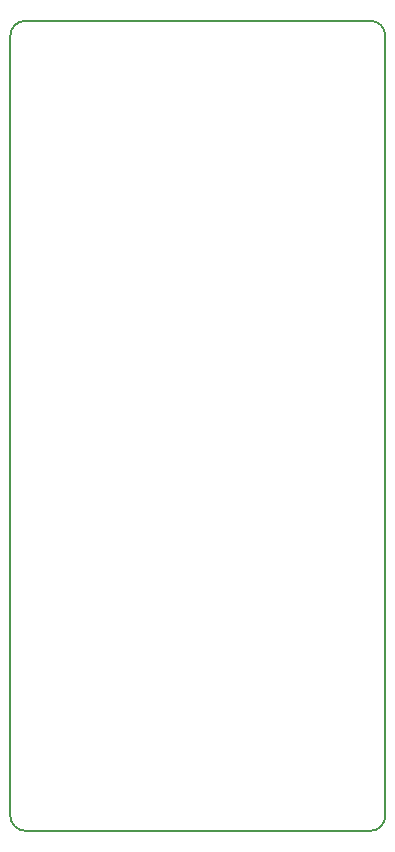
<source format=gbr>
G04 #@! TF.GenerationSoftware,KiCad,Pcbnew,9.0.6*
G04 #@! TF.CreationDate,2025-12-02T20:11:39+09:00*
G04 #@! TF.ProjectId,bionic-z180v,62696f6e-6963-42d7-9a31-3830762e6b69,2*
G04 #@! TF.SameCoordinates,Original*
G04 #@! TF.FileFunction,Profile,NP*
%FSLAX46Y46*%
G04 Gerber Fmt 4.6, Leading zero omitted, Abs format (unit mm)*
G04 Created by KiCad (PCBNEW 9.0.6) date 2025-12-02 20:11:39*
%MOMM*%
%LPD*%
G01*
G04 APERTURE LIST*
G04 #@! TA.AperFunction,Profile*
%ADD10C,0.150000*%
G04 #@! TD*
G04 APERTURE END LIST*
D10*
X99095000Y-138580000D02*
G75*
G02*
X97825000Y-137310000I0J1270000D01*
G01*
X128305000Y-70000000D02*
X99095000Y-70000000D01*
X97825000Y-71270000D02*
G75*
G02*
X99095000Y-70000000I1270000J0D01*
G01*
X99095000Y-138580000D02*
X128305000Y-138580000D01*
X128305000Y-70000000D02*
G75*
G02*
X129575000Y-71270000I0J-1270000D01*
G01*
X129575000Y-137310000D02*
G75*
G02*
X128305000Y-138580000I-1270000J0D01*
G01*
X97825000Y-71270000D02*
X97825000Y-137310000D01*
X129575000Y-137310000D02*
X129575000Y-71270000D01*
M02*

</source>
